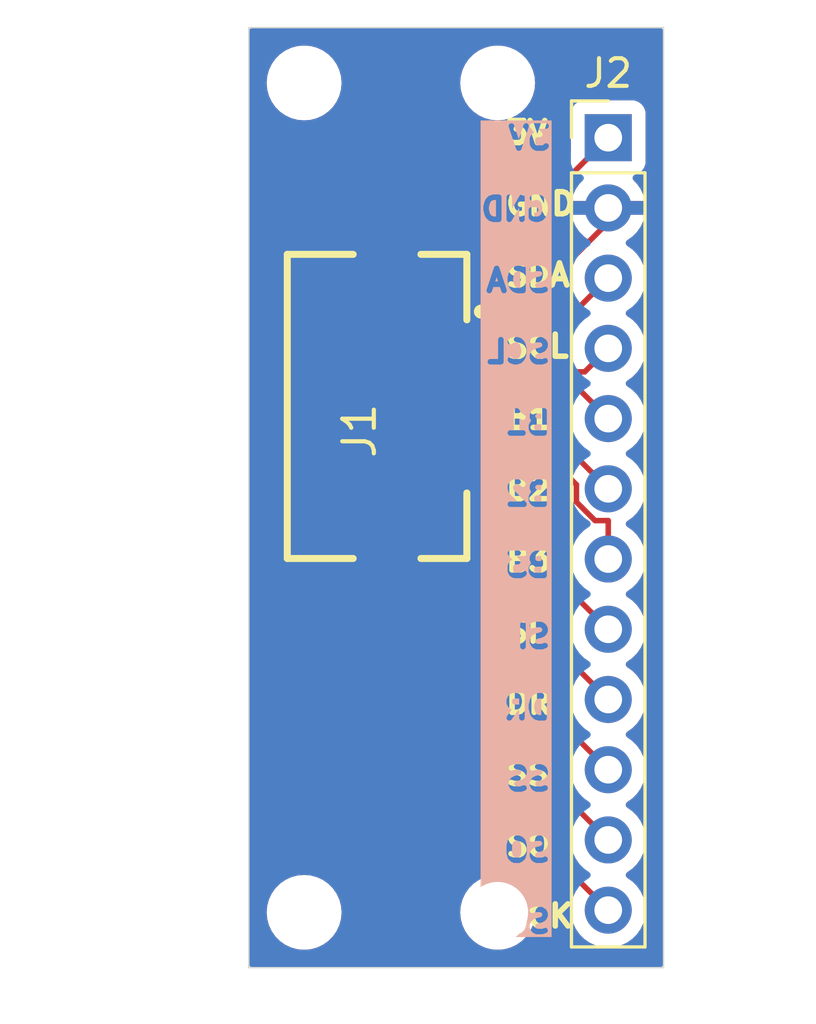
<source format=kicad_pcb>
(kicad_pcb (version 20221018) (generator pcbnew)
  (layers (0 "F.Cu" signal) (31 "B.Cu" signal) (34 "B.Paste" user) (35 "F.Paste" user) (36 "B.SilkS" user "B.Silkscreen") (37 "F.SilkS" user "F.Silkscreen") (38 "B.Mask" user) (39 "F.Mask" user) (44 "Edge.Cuts" user))
  (net 0 "")
  (net 1 "/3V")
  (net 2 "/GND")
  (net 3 "/SDA")
  (net 4 "/SCL")
  (net 5 "Net-(J1-Pin_5)")
  (net 6 "/B2")
  (net 7 "Net-(J1-Pin_7)")
  (net 8 "/SI")
  (net 9 "/DR")
  (net 10 "/SS")
  (net 11 "/SO")
  (net 12 "/SCK")
  (footprint "yLibrary:MountingHole_2.2mm_M2" (layer "F.Cu") (at 37 53)
    (fp_text reference "REF**" hide)
    (fp_text value "MountingHole_2.2mm_M2")
    (pad "" np_thru_hole circle (at 0 0) (size 2.2 2.2) (drill 2.2) (layers "*.Cu" "*.Mask"))
  )
  (footprint "yLibrary:MountingHole_2.2mm_M2" (layer "F.Cu") (at 30 83)
    (fp_text reference "REF**" hide)
    (fp_text value "MountingHole_2.2mm_M2")
    (pad "" np_thru_hole circle (at 0 0) (size 2.2 2.2) (drill 2.2) (layers "*.Cu" "*.Mask"))
  )
  (footprint "yLibrary:MountingHole_2.2mm_M2" (layer "F.Cu") (at 30 53)
    (fp_text reference "REF**" hide)
    (fp_text value "MountingHole_2.2mm_M2")
    (pad "" np_thru_hole circle (at 0 0) (size 2.2 2.2) (drill 2.2) (layers "*.Cu" "*.Mask"))
  )
  (footprint "Connector_PinHeader_2.54mm:PinHeader_1x12_P2.54mm_Vertical" (layer "F.Cu") (at 41 54.98)
    (fp_text reference "J2" (at 0 -2.33 180) (layer "F.SilkS"))
    (fp_text value "Conn_01x12_Socket")
    (fp_line (start -1.33 -1.33) (end 0 -1.33) (stroke (width 0.12)) (layer "F.SilkS"))
    (fp_line (start -1.33 0) (end -1.33 -1.33) (stroke (width 0.12)) (layer "F.SilkS"))
    (fp_line (start -1.33 1.27) (end -1.33 29.27) (stroke (width 0.12)) (layer "F.SilkS"))
    (fp_line (start -1.33 1.27) (end 1.33 1.27) (stroke (width 0.12)) (layer "F.SilkS"))
    (fp_line (start -1.33 29.27) (end 1.33 29.27) (stroke (width 0.12)) (layer "F.SilkS"))
    (fp_line (start 1.33 1.27) (end 1.33 29.27) (stroke (width 0.12)) (layer "F.SilkS"))
    (pad "1" thru_hole rect (at 0 0) (size 1.7 1.7) (drill 1) (layers "*.Cu" "*.Mask") (net 1 "/3V"))
    (pad "2" thru_hole oval (at 0 2.54) (size 1.7 1.7) (drill 1) (layers "*.Cu" "*.Mask") (net 2 "/GND"))
    (pad "3" thru_hole oval (at 0 5.08) (size 1.7 1.7) (drill 1) (layers "*.Cu" "*.Mask") (net 3 "/SDA"))
    (pad "4" thru_hole oval (at 0 7.62) (size 1.7 1.7) (drill 1) (layers "*.Cu" "*.Mask") (net 4 "/SCL"))
    (pad "5" thru_hole oval (at 0 10.16) (size 1.7 1.7) (drill 1) (layers "*.Cu" "*.Mask") (net 5 "Net-(J1-Pin_5)"))
    (pad "6" thru_hole oval (at 0 12.7) (size 1.7 1.7) (drill 1) (layers "*.Cu" "*.Mask") (net 6 "/B2"))
    (pad "7" thru_hole oval (at 0 15.24) (size 1.7 1.7) (drill 1) (layers "*.Cu" "*.Mask") (net 7 "Net-(J1-Pin_7)"))
    (pad "8" thru_hole oval (at 0 17.78) (size 1.7 1.7) (drill 1) (layers "*.Cu" "*.Mask") (net 8 "/SI"))
    (pad "9" thru_hole oval (at 0 20.32) (size 1.7 1.7) (drill 1) (layers "*.Cu" "*.Mask") (net 9 "/DR"))
    (pad "10" thru_hole oval (at 0 22.86) (size 1.7 1.7) (drill 1) (layers "*.Cu" "*.Mask") (net 10 "/SS"))
    (pad "11" thru_hole oval (at 0 25.4) (size 1.7 1.7) (drill 1) (layers "*.Cu" "*.Mask") (net 11 "/SO"))
    (pad "12" thru_hole oval (at 0 27.94) (size 1.7 1.7) (drill 1) (layers "*.Cu" "*.Mask") (net 12 "/SCK"))
  )
  (footprint "yLibrary:CirqueConnector" (layer "F.Cu") (at 34.362 64.7 -90)
    (fp_text reference "J1" (at -0.2 2.362 90) (layer "F.SilkS") (effects (font (size 1.143 1.143) (thickness 0.152)) (justify right)))
    (fp_text value "Conn_01x12_Socket" hide)
    (fp_line (start -5.5 -1.524) (end -3.131 -1.524) (stroke (width 0.254)) (layer "F.SilkS"))
    (fp_line (start -5.5 0.137) (end -5.5 -1.524) (stroke (width 0.254)) (layer "F.SilkS"))
    (fp_line (start -5.5 4.971) (end -5.5 2.588) (stroke (width 0.254)) (layer "F.SilkS"))
    (fp_line (start 5.5 -1.524) (end 3.131 -1.524) (stroke (width 0.254)) (layer "F.SilkS"))
    (fp_line (start 5.5 0.137) (end 5.5 -1.524) (stroke (width 0.254)) (layer "F.SilkS"))
    (fp_line (start 5.5 4.971) (end -5.5 4.971) (stroke (width 0.254)) (layer "F.SilkS"))
    (fp_line (start 5.5 4.971) (end 5.5 2.588) (stroke (width 0.254)) (layer "F.SilkS"))
    (fp_circle (center -3.429 -2.032) (end -3.302 -2.032) (stroke (width 0.254)) (fill none) (layer "F.SilkS"))
    (pad "1" smd rect (at -2.75 -1.362 270) (size 0.28 1.25) (layers "F.Cu" "F.Paste" "F.Mask") (net 1 "/3V"))
    (pad "2" smd rect (at -2.25 -1.362 270) (size 0.28 1.25) (layers "F.Cu" "F.Paste" "F.Mask") (net 2 "/GND"))
    (pad "3" smd rect (at -1.75 -1.362 270) (size 0.28 1.25) (layers "F.Cu" "F.Paste" "F.Mask") (net 3 "/SDA"))
    (pad "4" smd rect (at -1.25 -1.362 270) (size 0.28 1.25) (layers "F.Cu" "F.Paste" "F.Mask") (net 4 "/SCL"))
    (pad "5" smd rect (at -0.75 -1.362 270) (size 0.28 1.25) (layers "F.Cu" "F.Paste" "F.Mask") (net 5 "Net-(J1-Pin_5)"))
    (pad "6" smd rect (at -0.25 -1.362 270) (size 0.28 1.25) (layers "F.Cu" "F.Paste" "F.Mask") (net 6 "/B2"))
    (pad "7" smd rect (at 0.25 -1.362 270) (size 0.28 1.25) (layers "F.Cu" "F.Paste" "F.Mask") (net 7 "Net-(J1-Pin_7)"))
    (pad "8" smd rect (at 0.75 -1.362 270) (size 0.28 1.25) (layers "F.Cu" "F.Paste" "F.Mask") (net 8 "/SI"))
    (pad "9" smd rect (at 1.25 -1.362 270) (size 0.28 1.25) (layers "F.Cu" "F.Paste" "F.Mask") (net 9 "/DR"))
    (pad "10" smd rect (at 1.75 -1.362 270) (size 0.28 1.25) (layers "F.Cu" "F.Paste" "F.Mask") (net 10 "/SS"))
    (pad "11" smd rect (at 2.25 -1.362 270) (size 0.28 1.25) (layers "F.Cu" "F.Paste" "F.Mask") (net 11 "/SO"))
    (pad "12" smd rect (at 2.75 -1.362 270) (size 0.28 1.25) (layers "F.Cu" "F.Paste" "F.Mask") (net 12 "/SCK"))
    (pad "13" smd rect (at 4.55 1.362 270) (size 1.8 2) (layers "F.Cu" "F.Paste" "F.Mask"))
    (pad "14" smd rect (at -4.55 1.362 270) (size 1.8 2) (layers "F.Cu" "F.Paste" "F.Mask"))
  )
  (footprint "yLibrary:MountingHole_2.2mm_M2" (layer "F.Cu") (at 37 83)
    (fp_text reference "REF**" hide)
    (fp_text value "MountingHole_2.2mm_M2")
    (pad "" np_thru_hole circle (at 0 0) (size 2.2 2.2) (drill 2.2) (layers "*.Cu" "*.Mask"))
  )
  (gr_line (start 28 51) (end 43 51) (stroke (width 0.05)) (layer "Edge.Cuts"))
  (gr_line (start 28 85) (end 43 85) (stroke (width 0.05)) (layer "Edge.Cuts"))
  (gr_line (start 43 51) (end 43 85) (stroke (width 0.05)) (layer "Edge.Cuts"))
  (gr_line (start 28 51) (end 28 85) (stroke (width 0.05)) (layer "Edge.Cuts"))
  (gr_text "3V\n\nGND\n\nSDA\n\nSCL\n\nB1\n\nB2\n\nB3\n\nSI\n\nDR\n\nSS\n\nSO\n\nSCK" (at 39 83.8) (layer "B.SilkS" knockout) (effects (font (size 0.8 0.8) (thickness 0.2) bold) (justify left bottom mirror)))
  (gr_text "3V\n\nGND\n\nSDA\n\nSCL\n\nB1\n\nB2\n\nB3\n\nSI\n\nDR\n\nSS\n\nSO\n\nSCK" (at 37.2 83.6) (layer "F.SilkS") (effects (font (size 0.8 0.8) (thickness 0.2) bold) (justify left bottom)))
  (segment (start 35.724 61.95) (end 35.724 60.256) (width 0.2) (layer "F.Cu") (net 1))
  (segment (start 35.724 60.256) (end 41 54.98) (width 0.2) (layer "F.Cu") (net 1))
  (segment (start 35.724 62.45) (end 36.589 62.45) (width 0.2) (layer "F.Cu") (net 2))
  (segment (start 36.589 62.45) (end 41 58.039) (width 0.2) (layer "F.Cu") (net 2))
  (segment (start 41 58.039) (end 41 57.52) (width 0.2) (layer "F.Cu") (net 2))
  (segment (start 38.11 62.95) (end 41 60.06) (width 0.2) (layer "F.Cu") (net 3))
  (segment (start 35.724 62.95) (end 38.11 62.95) (width 0.2) (layer "F.Cu") (net 3))
  (segment (start 35.724 63.45) (end 40.15 63.45) (width 0.2) (layer "F.Cu") (net 4))
  (segment (start 40.15 63.45) (end 41 62.6) (width 0.2) (layer "F.Cu") (net 4))
  (segment (start 35.724 63.95) (end 39.81 63.95) (width 0.2) (layer "F.Cu") (net 5))
  (segment (start 39.81 63.95) (end 41 65.14) (width 0.2) (layer "F.Cu") (net 5))
  (segment (start 35.724 64.45) (end 37.77 64.45) (width 0.2) (layer "F.Cu") (net 6))
  (segment (start 37.77 64.45) (end 41 67.68) (width 0.2) (layer "F.Cu") (net 6))
  (segment (start 39.85 67.5305) (end 39.85 68.156346) (width 0.2) (layer "F.Cu") (net 7))
  (segment (start 40.523654 68.83) (end 41 68.83) (width 0.2) (layer "F.Cu") (net 7))
  (segment (start 37.2695 64.95) (end 39.85 67.5305) (width 0.2) (layer "F.Cu") (net 7))
  (segment (start 39.85 68.156346) (end 40.523654 68.83) (width 0.2) (layer "F.Cu") (net 7))
  (segment (start 41 68.83) (end 41 70.22) (width 0.2) (layer "F.Cu") (net 7))
  (segment (start 35.724 64.95) (end 37.2695 64.95) (width 0.2) (layer "F.Cu") (net 7))
  (segment (start 39 67.246186) (end 39 70.76) (width 0.2) (layer "F.Cu") (net 8))
  (segment (start 37.203814 65.45) (end 39 67.246186) (width 0.2) (layer "F.Cu") (net 8))
  (segment (start 39 70.76) (end 41 72.76) (width 0.2) (layer "F.Cu") (net 8))
  (segment (start 35.724 65.45) (end 37.203814 65.45) (width 0.2) (layer "F.Cu") (net 8))
  (segment (start 38.6 67.411872) (end 38.6 72.9) (width 0.2) (layer "F.Cu") (net 9))
  (segment (start 35.724 65.95) (end 37.138128 65.95) (width 0.2) (layer "F.Cu") (net 9))
  (segment (start 38.6 72.9) (end 41 75.3) (width 0.2) (layer "F.Cu") (net 9))
  (segment (start 37.138128 65.95) (end 38.6 67.411872) (width 0.2) (layer "F.Cu") (net 9))
  (segment (start 38 74.84) (end 41 77.84) (width 0.2) (layer "F.Cu") (net 10))
  (segment (start 38 67.861) (end 38 74.84) (width 0.2) (layer "F.Cu") (net 10))
  (segment (start 36.589 66.45) (end 38 67.861) (width 0.2) (layer "F.Cu") (net 10))
  (segment (start 35.724 66.45) (end 36.589 66.45) (width 0.2) (layer "F.Cu") (net 10))
  (segment (start 37 76.38) (end 41 80.38) (width 0.2) (layer "F.Cu") (net 11))
  (segment (start 37 67.426686) (end 37 76.38) (width 0.2) (layer "F.Cu") (net 11))
  (segment (start 36.523314 66.95) (end 37 67.426686) (width 0.2) (layer "F.Cu") (net 11))
  (segment (start 35.724 66.95) (end 36.523314 66.95) (width 0.2) (layer "F.Cu") (net 11))
  (segment (start 35.724 77.644) (end 41 82.92) (width 0.2) (layer "F.Cu") (net 12))
  (segment (start 35.724 67.45) (end 35.724 77.644) (width 0.2) (layer "F.Cu") (net 12))
  (zone (net 2) (net_name "/GND") (layers "F&B.Cu") (connect_pads (clearance 0.5)) (min_thickness 0.25) (fill yes (thermal_gap 0.5) (thermal_bridge_width 0.5))
    (polygon (pts (xy 26 50) (xy 45 50) (xy 45 87) (xy 19 86)))
  )
)
</source>
